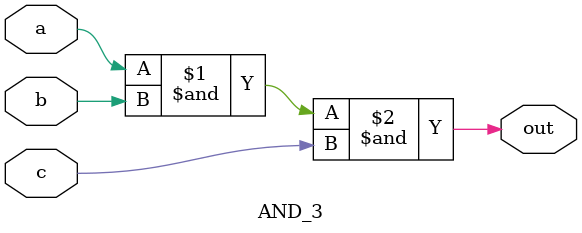
<source format=v>
module AND_3(a, b, c, out);
	input a, b, c;
	output out;
	assign out = (a & b) & c;
endmodule

</source>
